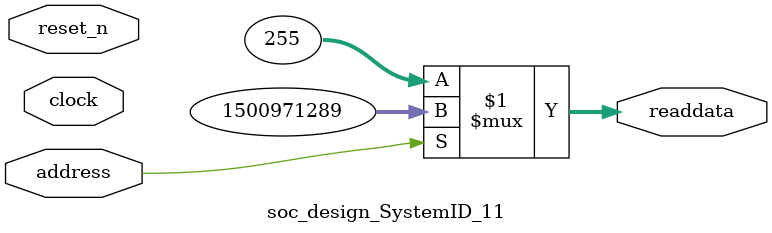
<source format=v>
module soc_design_SystemID_11 (
                address,
                clock,
                reset_n,
                readdata
             )
;
  output  [ 31: 0] readdata;
  input            address;
  input            clock;
  input            reset_n;
  wire    [ 31: 0] readdata;
  assign readdata = address ? 1500971289 : 255;
endmodule
</source>
